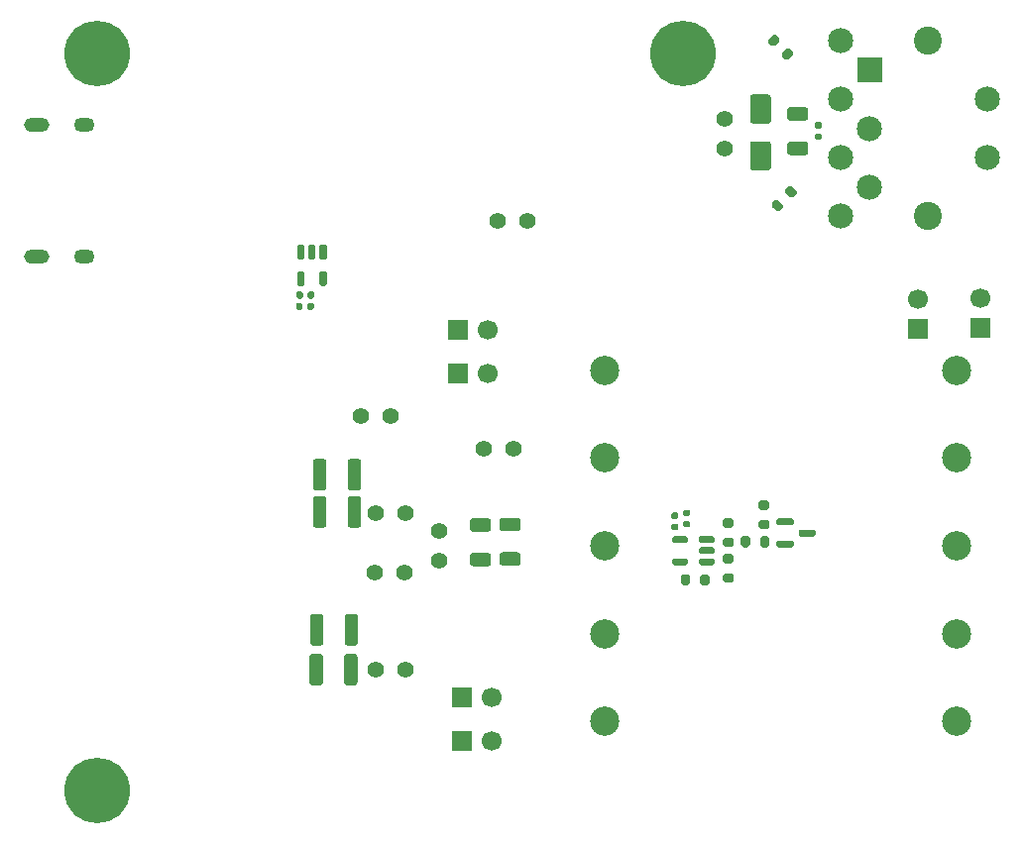
<source format=gbr>
G04 #@! TF.GenerationSoftware,KiCad,Pcbnew,9.0.1+1*
G04 #@! TF.CreationDate,2025-10-09T09:51:30+00:00*
G04 #@! TF.ProjectId,c64psu,63363470-7375-42e6-9b69-6361645f7063,rev?*
G04 #@! TF.SameCoordinates,Original*
G04 #@! TF.FileFunction,Soldermask,Bot*
G04 #@! TF.FilePolarity,Negative*
%FSLAX46Y46*%
G04 Gerber Fmt 4.6, Leading zero omitted, Abs format (unit mm)*
G04 Created by KiCad (PCBNEW 9.0.1+1) date 2025-10-09 09:51:30*
%MOMM*%
%LPD*%
G01*
G04 APERTURE LIST*
%ADD10C,2.500000*%
%ADD11C,1.400000*%
%ADD12C,3.600000*%
%ADD13C,5.600000*%
%ADD14R,1.700000X1.700000*%
%ADD15C,1.700000*%
%ADD16O,1.754000X1.254000*%
%ADD17O,2.154000X1.254000*%
%ADD18C,2.400000*%
%ADD19C,2.154000*%
G04 APERTURE END LIST*
D10*
X183370000Y-69110000D03*
X183370000Y-76610000D03*
X183370000Y-84110000D03*
X183370000Y-91610000D03*
X183370000Y-99110000D03*
X213370000Y-69110000D03*
X213370000Y-76610000D03*
X213370000Y-84110000D03*
X213370000Y-91610000D03*
X213370000Y-99110000D03*
D11*
X163748400Y-94691200D03*
X166288400Y-94691200D03*
X163799200Y-81330800D03*
X166339200Y-81330800D03*
D12*
X190000000Y-42000000D03*
D13*
X190000000Y-42000000D03*
D14*
X170784600Y-65684400D03*
D15*
X173324600Y-65684400D03*
D14*
X171140200Y-100787200D03*
D15*
X173680200Y-100787200D03*
D14*
X170835400Y-69392800D03*
D15*
X173375400Y-69392800D03*
D11*
X172994001Y-75844400D03*
X175534001Y-75844400D03*
X165079999Y-73050400D03*
X162539999Y-73050400D03*
X169214800Y-85344000D03*
X169214800Y-82804000D03*
D16*
X138850000Y-48155000D03*
X138850000Y-59395000D03*
D17*
X134850000Y-48155000D03*
X134850000Y-59395000D03*
D14*
X171140200Y-97078800D03*
D15*
X173680200Y-97078800D03*
D11*
X166248400Y-86410800D03*
X163708400Y-86410800D03*
D12*
X140000000Y-105000000D03*
D13*
X140000000Y-105000000D03*
D11*
X174170300Y-56365150D03*
X176710300Y-56365150D03*
D18*
X210980000Y-55940000D03*
X210980000Y-40940000D03*
D19*
X215980000Y-50940000D03*
X215980000Y-45940000D03*
G36*
G01*
X206955000Y-44517000D02*
X205005000Y-44517000D01*
G75*
G02*
X204903000Y-44415000I0J102000D01*
G01*
X204903000Y-42465000D01*
G75*
G02*
X205005000Y-42363000I102000J0D01*
G01*
X206955000Y-42363000D01*
G75*
G02*
X207057000Y-42465000I0J-102000D01*
G01*
X207057000Y-44415000D01*
G75*
G02*
X206955000Y-44517000I-102000J0D01*
G01*
G37*
X205980000Y-48440000D03*
X205980000Y-53440000D03*
X203480000Y-45940000D03*
X203480000Y-50940000D03*
X203480000Y-40940000D03*
X203480000Y-55940000D03*
D11*
X193598800Y-50170399D03*
X193598800Y-47630399D03*
D12*
X140000000Y-42000000D03*
D13*
X140000000Y-42000000D03*
G36*
G01*
X197296800Y-52036802D02*
X195996800Y-52036802D01*
G75*
G02*
X195746800Y-51786802I0J250000D01*
G01*
X195746800Y-49786802D01*
G75*
G02*
X195996800Y-49536802I250000J0D01*
G01*
X197296800Y-49536802D01*
G75*
G02*
X197546800Y-49786802I0J-250000D01*
G01*
X197546800Y-51786802D01*
G75*
G02*
X197296800Y-52036802I-250000J0D01*
G01*
G37*
G36*
G01*
X197296800Y-48036800D02*
X195996800Y-48036800D01*
G75*
G02*
X195746800Y-47786800I0J250000D01*
G01*
X195746800Y-45786800D01*
G75*
G02*
X195996800Y-45536800I250000J0D01*
G01*
X197296800Y-45536800D01*
G75*
G02*
X197546800Y-45786800I0J-250000D01*
G01*
X197546800Y-47786800D01*
G75*
G02*
X197296800Y-48036800I-250000J0D01*
G01*
G37*
G36*
G01*
X193628600Y-84830200D02*
X194178600Y-84830200D01*
G75*
G02*
X194378600Y-85030200I0J-200000D01*
G01*
X194378600Y-85430200D01*
G75*
G02*
X194178600Y-85630200I-200000J0D01*
G01*
X193628600Y-85630200D01*
G75*
G02*
X193428600Y-85430200I0J200000D01*
G01*
X193428600Y-85030200D01*
G75*
G02*
X193628600Y-84830200I200000J0D01*
G01*
G37*
G36*
G01*
X193628600Y-86480200D02*
X194178600Y-86480200D01*
G75*
G02*
X194378600Y-86680200I0J-200000D01*
G01*
X194378600Y-87080200D01*
G75*
G02*
X194178600Y-87280200I-200000J0D01*
G01*
X193628600Y-87280200D01*
G75*
G02*
X193428600Y-87080200I0J200000D01*
G01*
X193428600Y-86680200D01*
G75*
G02*
X193628600Y-86480200I200000J0D01*
G01*
G37*
G36*
G01*
X192706400Y-83431201D02*
X192706400Y-83731201D01*
G75*
G02*
X192556400Y-83881201I-150000J0D01*
G01*
X191531400Y-83881201D01*
G75*
G02*
X191381400Y-83731201I0J150000D01*
G01*
X191381400Y-83431201D01*
G75*
G02*
X191531400Y-83281201I150000J0D01*
G01*
X192556400Y-83281201D01*
G75*
G02*
X192706400Y-83431201I0J-150000D01*
G01*
G37*
G36*
G01*
X192706400Y-84381200D02*
X192706400Y-84681200D01*
G75*
G02*
X192556400Y-84831200I-150000J0D01*
G01*
X191531400Y-84831200D01*
G75*
G02*
X191381400Y-84681200I0J150000D01*
G01*
X191381400Y-84381200D01*
G75*
G02*
X191531400Y-84231200I150000J0D01*
G01*
X192556400Y-84231200D01*
G75*
G02*
X192706400Y-84381200I0J-150000D01*
G01*
G37*
G36*
G01*
X192706400Y-85331199D02*
X192706400Y-85631199D01*
G75*
G02*
X192556400Y-85781199I-150000J0D01*
G01*
X191531400Y-85781199D01*
G75*
G02*
X191381400Y-85631199I0J150000D01*
G01*
X191381400Y-85331199D01*
G75*
G02*
X191531400Y-85181199I150000J0D01*
G01*
X192556400Y-85181199D01*
G75*
G02*
X192706400Y-85331199I0J-150000D01*
G01*
G37*
G36*
G01*
X190431400Y-85331199D02*
X190431400Y-85631199D01*
G75*
G02*
X190281400Y-85781199I-150000J0D01*
G01*
X189256400Y-85781199D01*
G75*
G02*
X189106400Y-85631199I0J150000D01*
G01*
X189106400Y-85331199D01*
G75*
G02*
X189256400Y-85181199I150000J0D01*
G01*
X190281400Y-85181199D01*
G75*
G02*
X190431400Y-85331199I0J-150000D01*
G01*
G37*
G36*
G01*
X190431400Y-83431201D02*
X190431400Y-83731201D01*
G75*
G02*
X190281400Y-83881201I-150000J0D01*
G01*
X189256400Y-83881201D01*
G75*
G02*
X189106400Y-83731201I0J150000D01*
G01*
X189106400Y-83431201D01*
G75*
G02*
X189256400Y-83281201I150000J0D01*
G01*
X190281400Y-83281201D01*
G75*
G02*
X190431400Y-83431201I0J-150000D01*
G01*
G37*
G36*
G01*
X157243601Y-58347200D02*
X157543601Y-58347200D01*
G75*
G02*
X157693601Y-58497200I0J-150000D01*
G01*
X157693601Y-59522200D01*
G75*
G02*
X157543601Y-59672200I-150000J0D01*
G01*
X157243601Y-59672200D01*
G75*
G02*
X157093601Y-59522200I0J150000D01*
G01*
X157093601Y-58497200D01*
G75*
G02*
X157243601Y-58347200I150000J0D01*
G01*
G37*
G36*
G01*
X158193600Y-58347200D02*
X158493600Y-58347200D01*
G75*
G02*
X158643600Y-58497200I0J-150000D01*
G01*
X158643600Y-59522200D01*
G75*
G02*
X158493600Y-59672200I-150000J0D01*
G01*
X158193600Y-59672200D01*
G75*
G02*
X158043600Y-59522200I0J150000D01*
G01*
X158043600Y-58497200D01*
G75*
G02*
X158193600Y-58347200I150000J0D01*
G01*
G37*
G36*
G01*
X159143599Y-58347200D02*
X159443599Y-58347200D01*
G75*
G02*
X159593599Y-58497200I0J-150000D01*
G01*
X159593599Y-59522200D01*
G75*
G02*
X159443599Y-59672200I-150000J0D01*
G01*
X159143599Y-59672200D01*
G75*
G02*
X158993599Y-59522200I0J150000D01*
G01*
X158993599Y-58497200D01*
G75*
G02*
X159143599Y-58347200I150000J0D01*
G01*
G37*
G36*
G01*
X159143599Y-60622200D02*
X159443599Y-60622200D01*
G75*
G02*
X159593599Y-60772200I0J-150000D01*
G01*
X159593599Y-61797200D01*
G75*
G02*
X159443599Y-61947200I-150000J0D01*
G01*
X159143599Y-61947200D01*
G75*
G02*
X158993599Y-61797200I0J150000D01*
G01*
X158993599Y-60772200D01*
G75*
G02*
X159143599Y-60622200I150000J0D01*
G01*
G37*
G36*
G01*
X157243601Y-60622200D02*
X157543601Y-60622200D01*
G75*
G02*
X157693601Y-60772200I0J-150000D01*
G01*
X157693601Y-61797200D01*
G75*
G02*
X157543601Y-61947200I-150000J0D01*
G01*
X157243601Y-61947200D01*
G75*
G02*
X157093601Y-61797200I0J150000D01*
G01*
X157093601Y-60772200D01*
G75*
G02*
X157243601Y-60622200I150000J0D01*
G01*
G37*
G36*
G01*
X192283800Y-86745400D02*
X192283800Y-87295400D01*
G75*
G02*
X192083800Y-87495400I-200000J0D01*
G01*
X191683800Y-87495400D01*
G75*
G02*
X191483800Y-87295400I0J200000D01*
G01*
X191483800Y-86745400D01*
G75*
G02*
X191683800Y-86545400I200000J0D01*
G01*
X192083800Y-86545400D01*
G75*
G02*
X192283800Y-86745400I0J-200000D01*
G01*
G37*
G36*
G01*
X190633800Y-86745400D02*
X190633800Y-87295400D01*
G75*
G02*
X190433800Y-87495400I-200000J0D01*
G01*
X190033800Y-87495400D01*
G75*
G02*
X189833800Y-87295400I0J200000D01*
G01*
X189833800Y-86745400D01*
G75*
G02*
X190033800Y-86545400I200000J0D01*
G01*
X190433800Y-86545400D01*
G75*
G02*
X190633800Y-86745400I0J-200000D01*
G01*
G37*
G36*
G01*
X197226600Y-82696000D02*
X196676600Y-82696000D01*
G75*
G02*
X196476600Y-82496000I0J200000D01*
G01*
X196476600Y-82096000D01*
G75*
G02*
X196676600Y-81896000I200000J0D01*
G01*
X197226600Y-81896000D01*
G75*
G02*
X197426600Y-82096000I0J-200000D01*
G01*
X197426600Y-82496000D01*
G75*
G02*
X197226600Y-82696000I-200000J0D01*
G01*
G37*
G36*
G01*
X197226600Y-81046000D02*
X196676600Y-81046000D01*
G75*
G02*
X196476600Y-80846000I0J200000D01*
G01*
X196476600Y-80446000D01*
G75*
G02*
X196676600Y-80246000I200000J0D01*
G01*
X197226600Y-80246000D01*
G75*
G02*
X197426600Y-80446000I0J-200000D01*
G01*
X197426600Y-80846000D01*
G75*
G02*
X197226600Y-81046000I-200000J0D01*
G01*
G37*
G36*
G01*
X162222400Y-93591200D02*
X162222400Y-95791200D01*
G75*
G02*
X161972400Y-96041200I-250000J0D01*
G01*
X161322400Y-96041200D01*
G75*
G02*
X161072400Y-95791200I0J250000D01*
G01*
X161072400Y-93591200D01*
G75*
G02*
X161322400Y-93341200I250000J0D01*
G01*
X161972400Y-93341200D01*
G75*
G02*
X162222400Y-93591200I0J-250000D01*
G01*
G37*
G36*
G01*
X159272400Y-93591200D02*
X159272400Y-95791200D01*
G75*
G02*
X159022400Y-96041200I-250000J0D01*
G01*
X158372400Y-96041200D01*
G75*
G02*
X158122400Y-95791200I0J250000D01*
G01*
X158122400Y-93591200D01*
G75*
G02*
X158372400Y-93341200I250000J0D01*
G01*
X159022400Y-93341200D01*
G75*
G02*
X159272400Y-93591200I0J-250000D01*
G01*
G37*
G36*
G01*
X158427199Y-79128800D02*
X158427199Y-76928800D01*
G75*
G02*
X158677199Y-76678800I250000J0D01*
G01*
X159327199Y-76678800D01*
G75*
G02*
X159577199Y-76928800I0J-250000D01*
G01*
X159577199Y-79128800D01*
G75*
G02*
X159327199Y-79378800I-250000J0D01*
G01*
X158677199Y-79378800D01*
G75*
G02*
X158427199Y-79128800I0J250000D01*
G01*
G37*
G36*
G01*
X161377201Y-79128800D02*
X161377201Y-76928800D01*
G75*
G02*
X161627201Y-76678800I250000J0D01*
G01*
X162277201Y-76678800D01*
G75*
G02*
X162527201Y-76928800I0J-250000D01*
G01*
X162527201Y-79128800D01*
G75*
G02*
X162277201Y-79378800I-250000J0D01*
G01*
X161627201Y-79378800D01*
G75*
G02*
X161377201Y-79128800I0J250000D01*
G01*
G37*
G36*
G01*
X174603708Y-81712215D02*
X175903708Y-81712215D01*
G75*
G02*
X176153708Y-81962215I0J-250000D01*
G01*
X176153708Y-82612215D01*
G75*
G02*
X175903708Y-82862215I-250000J0D01*
G01*
X174603708Y-82862215D01*
G75*
G02*
X174353708Y-82612215I0J250000D01*
G01*
X174353708Y-81962215D01*
G75*
G02*
X174603708Y-81712215I250000J0D01*
G01*
G37*
G36*
G01*
X174603708Y-84662217D02*
X175903708Y-84662217D01*
G75*
G02*
X176153708Y-84912217I0J-250000D01*
G01*
X176153708Y-85562217D01*
G75*
G02*
X175903708Y-85812217I-250000J0D01*
G01*
X174603708Y-85812217D01*
G75*
G02*
X174353708Y-85562217I0J250000D01*
G01*
X174353708Y-84912217D01*
G75*
G02*
X174603708Y-84662217I250000J0D01*
G01*
G37*
G36*
G01*
X199350551Y-53396940D02*
X199739460Y-53785849D01*
G75*
G02*
X199739460Y-54068691I-141421J-141421D01*
G01*
X199456617Y-54351534D01*
G75*
G02*
X199173775Y-54351534I-141421J141421D01*
G01*
X198784866Y-53962625D01*
G75*
G02*
X198784866Y-53679783I141421J141421D01*
G01*
X199067709Y-53396940D01*
G75*
G02*
X199350551Y-53396940I141421J-141421D01*
G01*
G37*
G36*
G01*
X198183825Y-54563666D02*
X198572734Y-54952575D01*
G75*
G02*
X198572734Y-55235417I-141421J-141421D01*
G01*
X198289891Y-55518260D01*
G75*
G02*
X198007049Y-55518260I-141421J141421D01*
G01*
X197618140Y-55129351D01*
G75*
G02*
X197618140Y-54846509I141421J141421D01*
G01*
X197900983Y-54563666D01*
G75*
G02*
X198183825Y-54563666I141421J-141421D01*
G01*
G37*
G36*
G01*
X199170000Y-46619999D02*
X200470000Y-46619999D01*
G75*
G02*
X200720000Y-46869999I0J-250000D01*
G01*
X200720000Y-47519999D01*
G75*
G02*
X200470000Y-47769999I-250000J0D01*
G01*
X199170000Y-47769999D01*
G75*
G02*
X198920000Y-47519999I0J250000D01*
G01*
X198920000Y-46869999D01*
G75*
G02*
X199170000Y-46619999I250000J0D01*
G01*
G37*
G36*
G01*
X199170000Y-49570001D02*
X200470000Y-49570001D01*
G75*
G02*
X200720000Y-49820001I0J-250000D01*
G01*
X200720000Y-50470001D01*
G75*
G02*
X200470000Y-50720001I-250000J0D01*
G01*
X199170000Y-50720001D01*
G75*
G02*
X198920000Y-50470001I0J250000D01*
G01*
X198920000Y-49820001D01*
G75*
G02*
X199170000Y-49570001I250000J0D01*
G01*
G37*
G36*
G01*
X156974000Y-63822400D02*
X156974000Y-63482400D01*
G75*
G02*
X157114000Y-63342400I140000J0D01*
G01*
X157394000Y-63342400D01*
G75*
G02*
X157534000Y-63482400I0J-140000D01*
G01*
X157534000Y-63822400D01*
G75*
G02*
X157394000Y-63962400I-140000J0D01*
G01*
X157114000Y-63962400D01*
G75*
G02*
X156974000Y-63822400I0J140000D01*
G01*
G37*
G36*
G01*
X157934000Y-63822400D02*
X157934000Y-63482400D01*
G75*
G02*
X158074000Y-63342400I140000J0D01*
G01*
X158354000Y-63342400D01*
G75*
G02*
X158494000Y-63482400I0J-140000D01*
G01*
X158494000Y-63822400D01*
G75*
G02*
X158354000Y-63962400I-140000J0D01*
G01*
X158074000Y-63962400D01*
G75*
G02*
X157934000Y-63822400I0J140000D01*
G01*
G37*
G36*
G01*
X158427199Y-82329200D02*
X158427199Y-80129200D01*
G75*
G02*
X158677199Y-79879200I250000J0D01*
G01*
X159327199Y-79879200D01*
G75*
G02*
X159577199Y-80129200I0J-250000D01*
G01*
X159577199Y-82329200D01*
G75*
G02*
X159327199Y-82579200I-250000J0D01*
G01*
X158677199Y-82579200D01*
G75*
G02*
X158427199Y-82329200I0J250000D01*
G01*
G37*
G36*
G01*
X161377201Y-82329200D02*
X161377201Y-80129200D01*
G75*
G02*
X161627201Y-79879200I250000J0D01*
G01*
X162277201Y-79879200D01*
G75*
G02*
X162527201Y-80129200I0J-250000D01*
G01*
X162527201Y-82329200D01*
G75*
G02*
X162277201Y-82579200I-250000J0D01*
G01*
X161627201Y-82579200D01*
G75*
G02*
X161377201Y-82329200I0J250000D01*
G01*
G37*
G36*
G01*
X162273201Y-90187600D02*
X162273201Y-92387600D01*
G75*
G02*
X162023201Y-92637600I-250000J0D01*
G01*
X161373201Y-92637600D01*
G75*
G02*
X161123201Y-92387600I0J250000D01*
G01*
X161123201Y-90187600D01*
G75*
G02*
X161373201Y-89937600I250000J0D01*
G01*
X162023201Y-89937600D01*
G75*
G02*
X162273201Y-90187600I0J-250000D01*
G01*
G37*
G36*
G01*
X159323199Y-90187600D02*
X159323199Y-92387600D01*
G75*
G02*
X159073199Y-92637600I-250000J0D01*
G01*
X158423199Y-92637600D01*
G75*
G02*
X158173199Y-92387600I0J250000D01*
G01*
X158173199Y-90187600D01*
G75*
G02*
X158423199Y-89937600I250000J0D01*
G01*
X159073199Y-89937600D01*
G75*
G02*
X159323199Y-90187600I0J-250000D01*
G01*
G37*
G36*
G01*
X194964600Y-84044200D02*
X194964600Y-83494200D01*
G75*
G02*
X195164600Y-83294200I200000J0D01*
G01*
X195564600Y-83294200D01*
G75*
G02*
X195764600Y-83494200I0J-200000D01*
G01*
X195764600Y-84044200D01*
G75*
G02*
X195564600Y-84244200I-200000J0D01*
G01*
X195164600Y-84244200D01*
G75*
G02*
X194964600Y-84044200I0J200000D01*
G01*
G37*
G36*
G01*
X196614600Y-84044200D02*
X196614600Y-83494200D01*
G75*
G02*
X196814600Y-83294200I200000J0D01*
G01*
X197214600Y-83294200D01*
G75*
G02*
X197414600Y-83494200I0J-200000D01*
G01*
X197414600Y-84044200D01*
G75*
G02*
X197214600Y-84244200I-200000J0D01*
G01*
X196814600Y-84244200D01*
G75*
G02*
X196614600Y-84044200I0J200000D01*
G01*
G37*
D14*
X215442800Y-65486200D03*
D15*
X215442800Y-62946200D03*
G36*
G01*
X189161600Y-81259200D02*
X189501600Y-81259200D01*
G75*
G02*
X189641600Y-81399200I0J-140000D01*
G01*
X189641600Y-81679200D01*
G75*
G02*
X189501600Y-81819200I-140000J0D01*
G01*
X189161600Y-81819200D01*
G75*
G02*
X189021600Y-81679200I0J140000D01*
G01*
X189021600Y-81399200D01*
G75*
G02*
X189161600Y-81259200I140000J0D01*
G01*
G37*
G36*
G01*
X189161600Y-82219200D02*
X189501600Y-82219200D01*
G75*
G02*
X189641600Y-82359200I0J-140000D01*
G01*
X189641600Y-82639200D01*
G75*
G02*
X189501600Y-82779200I-140000J0D01*
G01*
X189161600Y-82779200D01*
G75*
G02*
X189021600Y-82639200I0J140000D01*
G01*
X189021600Y-82359200D01*
G75*
G02*
X189161600Y-82219200I140000J0D01*
G01*
G37*
G36*
G01*
X198019800Y-84121300D02*
X198019800Y-83821300D01*
G75*
G02*
X198169800Y-83671300I150000J0D01*
G01*
X199344800Y-83671300D01*
G75*
G02*
X199494800Y-83821300I0J-150000D01*
G01*
X199494800Y-84121300D01*
G75*
G02*
X199344800Y-84271300I-150000J0D01*
G01*
X198169800Y-84271300D01*
G75*
G02*
X198019800Y-84121300I0J150000D01*
G01*
G37*
G36*
G01*
X198019800Y-82221300D02*
X198019800Y-81921300D01*
G75*
G02*
X198169800Y-81771300I150000J0D01*
G01*
X199344800Y-81771300D01*
G75*
G02*
X199494800Y-81921300I0J-150000D01*
G01*
X199494800Y-82221300D01*
G75*
G02*
X199344800Y-82371300I-150000J0D01*
G01*
X198169800Y-82371300D01*
G75*
G02*
X198019800Y-82221300I0J150000D01*
G01*
G37*
G36*
G01*
X199894801Y-83171300D02*
X199894801Y-82871300D01*
G75*
G02*
X200044801Y-82721300I150000J0D01*
G01*
X201219801Y-82721300D01*
G75*
G02*
X201369801Y-82871300I0J-150000D01*
G01*
X201369801Y-83171300D01*
G75*
G02*
X201219801Y-83321300I-150000J0D01*
G01*
X200044801Y-83321300D01*
G75*
G02*
X199894801Y-83171300I0J150000D01*
G01*
G37*
G36*
G01*
X172071743Y-81763741D02*
X173371743Y-81763741D01*
G75*
G02*
X173621743Y-82013741I0J-250000D01*
G01*
X173621743Y-82663741D01*
G75*
G02*
X173371743Y-82913741I-250000J0D01*
G01*
X172071743Y-82913741D01*
G75*
G02*
X171821743Y-82663741I0J250000D01*
G01*
X171821743Y-82013741D01*
G75*
G02*
X172071743Y-81763741I250000J0D01*
G01*
G37*
G36*
G01*
X172071743Y-84713743D02*
X173371743Y-84713743D01*
G75*
G02*
X173621743Y-84963743I0J-250000D01*
G01*
X173621743Y-85613743D01*
G75*
G02*
X173371743Y-85863743I-250000J0D01*
G01*
X172071743Y-85863743D01*
G75*
G02*
X171821743Y-85613743I0J250000D01*
G01*
X171821743Y-84963743D01*
G75*
G02*
X172071743Y-84713743I250000J0D01*
G01*
G37*
G36*
G01*
X201404400Y-47906400D02*
X201744400Y-47906400D01*
G75*
G02*
X201884400Y-48046400I0J-140000D01*
G01*
X201884400Y-48326400D01*
G75*
G02*
X201744400Y-48466400I-140000J0D01*
G01*
X201404400Y-48466400D01*
G75*
G02*
X201264400Y-48326400I0J140000D01*
G01*
X201264400Y-48046400D01*
G75*
G02*
X201404400Y-47906400I140000J0D01*
G01*
G37*
G36*
G01*
X201404400Y-48866400D02*
X201744400Y-48866400D01*
G75*
G02*
X201884400Y-49006400I0J-140000D01*
G01*
X201884400Y-49286400D01*
G75*
G02*
X201744400Y-49426400I-140000J0D01*
G01*
X201404400Y-49426400D01*
G75*
G02*
X201264400Y-49286400I0J140000D01*
G01*
X201264400Y-49006400D01*
G75*
G02*
X201404400Y-48866400I140000J0D01*
G01*
G37*
G36*
G01*
X190517600Y-82548000D02*
X190177600Y-82548000D01*
G75*
G02*
X190037600Y-82408000I0J140000D01*
G01*
X190037600Y-82128000D01*
G75*
G02*
X190177600Y-81988000I140000J0D01*
G01*
X190517600Y-81988000D01*
G75*
G02*
X190657600Y-82128000I0J-140000D01*
G01*
X190657600Y-82408000D01*
G75*
G02*
X190517600Y-82548000I-140000J0D01*
G01*
G37*
G36*
G01*
X190517600Y-81588000D02*
X190177600Y-81588000D01*
G75*
G02*
X190037600Y-81448000I0J140000D01*
G01*
X190037600Y-81168000D01*
G75*
G02*
X190177600Y-81028000I140000J0D01*
G01*
X190517600Y-81028000D01*
G75*
G02*
X190657600Y-81168000I0J-140000D01*
G01*
X190657600Y-81448000D01*
G75*
G02*
X190517600Y-81588000I-140000J0D01*
G01*
G37*
G36*
G01*
X197313340Y-40831849D02*
X197702249Y-40442940D01*
G75*
G02*
X197985091Y-40442940I141421J-141421D01*
G01*
X198267934Y-40725783D01*
G75*
G02*
X198267934Y-41008625I-141421J-141421D01*
G01*
X197879025Y-41397534D01*
G75*
G02*
X197596183Y-41397534I-141421J141421D01*
G01*
X197313340Y-41114691D01*
G75*
G02*
X197313340Y-40831849I141421J141421D01*
G01*
G37*
G36*
G01*
X198480066Y-41998575D02*
X198868975Y-41609666D01*
G75*
G02*
X199151817Y-41609666I141421J-141421D01*
G01*
X199434660Y-41892509D01*
G75*
G02*
X199434660Y-42175351I-141421J-141421D01*
G01*
X199045751Y-42564260D01*
G75*
G02*
X198762909Y-42564260I-141421J141421D01*
G01*
X198480066Y-42281417D01*
G75*
G02*
X198480066Y-41998575I141421J141421D01*
G01*
G37*
D14*
X210108800Y-65537000D03*
D15*
X210108800Y-62997000D03*
G36*
G01*
X158522000Y-62517200D02*
X158522000Y-62857200D01*
G75*
G02*
X158382000Y-62997200I-140000J0D01*
G01*
X158102000Y-62997200D01*
G75*
G02*
X157962000Y-62857200I0J140000D01*
G01*
X157962000Y-62517200D01*
G75*
G02*
X158102000Y-62377200I140000J0D01*
G01*
X158382000Y-62377200D01*
G75*
G02*
X158522000Y-62517200I0J-140000D01*
G01*
G37*
G36*
G01*
X157562000Y-62517200D02*
X157562000Y-62857200D01*
G75*
G02*
X157422000Y-62997200I-140000J0D01*
G01*
X157142000Y-62997200D01*
G75*
G02*
X157002000Y-62857200I0J140000D01*
G01*
X157002000Y-62517200D01*
G75*
G02*
X157142000Y-62377200I140000J0D01*
G01*
X157422000Y-62377200D01*
G75*
G02*
X157562000Y-62517200I0J-140000D01*
G01*
G37*
G36*
G01*
X194178600Y-84232200D02*
X193628600Y-84232200D01*
G75*
G02*
X193428600Y-84032200I0J200000D01*
G01*
X193428600Y-83632200D01*
G75*
G02*
X193628600Y-83432200I200000J0D01*
G01*
X194178600Y-83432200D01*
G75*
G02*
X194378600Y-83632200I0J-200000D01*
G01*
X194378600Y-84032200D01*
G75*
G02*
X194178600Y-84232200I-200000J0D01*
G01*
G37*
G36*
G01*
X194178600Y-82582200D02*
X193628600Y-82582200D01*
G75*
G02*
X193428600Y-82382200I0J200000D01*
G01*
X193428600Y-81982200D01*
G75*
G02*
X193628600Y-81782200I200000J0D01*
G01*
X194178600Y-81782200D01*
G75*
G02*
X194378600Y-81982200I0J-200000D01*
G01*
X194378600Y-82382200D01*
G75*
G02*
X194178600Y-82582200I-200000J0D01*
G01*
G37*
M02*

</source>
